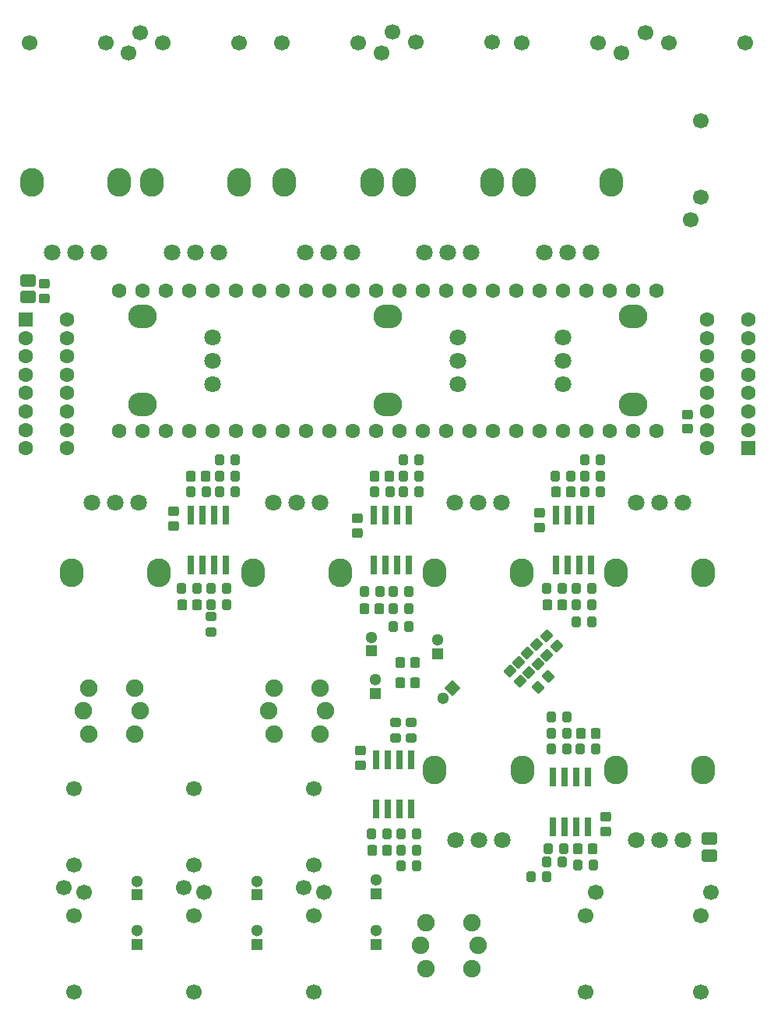
<source format=gbr>
G04 DipTrace 4.0.0.5*
G04 TopMask.gbr*
%MOIN*%
G04 #@! TF.FileFunction,Soldermask,Top*
G04 #@! TF.Part,Single*
%AMOUTLINE1*
4,1,28,
0.009775,-0.023031,
-0.009775,-0.023031,
-0.012605,-0.022659,
-0.015363,-0.021517,
-0.017731,-0.019699,
-0.019548,-0.017331,
-0.02069,-0.014574,
-0.021063,-0.011743,
-0.021063,0.011743,
-0.02069,0.014574,
-0.019548,0.017331,
-0.017731,0.019699,
-0.015363,0.021517,
-0.012605,0.022659,
-0.009775,0.023031,
0.009775,0.023031,
0.012605,0.022659,
0.015363,0.021517,
0.017731,0.019699,
0.019548,0.017331,
0.02069,0.014574,
0.021063,0.011743,
0.021063,-0.011743,
0.02069,-0.014574,
0.019548,-0.017331,
0.017731,-0.019699,
0.015363,-0.021517,
0.012605,-0.022659,
0.009775,-0.023031,
0*%
%AMOUTLINE4*
4,1,28,
-0.009775,0.023031,
0.009775,0.023031,
0.012605,0.022659,
0.015363,0.021517,
0.017731,0.019699,
0.019548,0.017331,
0.02069,0.014574,
0.021063,0.011743,
0.021063,-0.011743,
0.02069,-0.014574,
0.019548,-0.017331,
0.017731,-0.019699,
0.015363,-0.021517,
0.012605,-0.022659,
0.009775,-0.023031,
-0.009775,-0.023031,
-0.012605,-0.022659,
-0.015363,-0.021517,
-0.017731,-0.019699,
-0.019548,-0.017331,
-0.02069,-0.014574,
-0.021063,-0.011743,
-0.021063,0.011743,
-0.02069,0.014574,
-0.019548,0.017331,
-0.017731,0.019699,
-0.015363,0.021517,
-0.012605,0.022659,
-0.009775,0.023031,
0*%
%AMOUTLINE7*
4,1,28,
0.032874,0.014106,
0.032874,-0.014105,
0.032488,-0.017037,
0.031307,-0.01989,
0.029427,-0.022339,
0.026978,-0.024219,
0.024125,-0.025401,
0.021193,-0.025787,
-0.021191,-0.025788,
-0.024124,-0.025402,
-0.026976,-0.02422,
-0.029426,-0.022341,
-0.031306,-0.019891,
-0.032488,-0.017039,
-0.032874,-0.014106,
-0.032874,0.014105,
-0.032488,0.017037,
-0.031307,0.01989,
-0.029427,0.022339,
-0.026978,0.024219,
-0.024125,0.025401,
-0.021193,0.025787,
0.021191,0.025788,
0.024124,0.025402,
0.026976,0.02422,
0.029426,0.022341,
0.031306,0.019891,
0.032488,0.017039,
0.032874,0.014106,
0*%
%AMOUTLINE10*
4,1,28,
-0.032874,-0.014106,
-0.032874,0.014105,
-0.032488,0.017037,
-0.031307,0.01989,
-0.029427,0.022339,
-0.026978,0.024219,
-0.024125,0.025401,
-0.021193,0.025787,
0.021191,0.025788,
0.024124,0.025402,
0.026976,0.02422,
0.029426,0.022341,
0.031306,0.019891,
0.032488,0.017039,
0.032874,0.014106,
0.032874,-0.014105,
0.032488,-0.017037,
0.031307,-0.01989,
0.029427,-0.022339,
0.026978,-0.024219,
0.024125,-0.025401,
0.021193,-0.025787,
-0.021191,-0.025788,
-0.024124,-0.025402,
-0.026976,-0.02422,
-0.029426,-0.022341,
-0.031306,-0.019891,
-0.032488,-0.017039,
-0.032874,-0.014106,
0*%
%AMOUTLINE13*
4,1,28,
-0.023031,-0.009775,
-0.023032,0.009774,
-0.022659,0.012605,
-0.021517,0.015362,
-0.0197,0.017731,
-0.017332,0.019548,
-0.014574,0.02069,
-0.011744,0.021063,
0.011743,0.021063,
0.014573,0.020691,
0.017331,0.019548,
0.019699,0.017731,
0.021516,0.015363,
0.022659,0.012605,
0.023031,0.009775,
0.023032,-0.009774,
0.022659,-0.012605,
0.021517,-0.015362,
0.0197,-0.017731,
0.017332,-0.019548,
0.014574,-0.02069,
0.011744,-0.021063,
-0.011743,-0.021063,
-0.014573,-0.020691,
-0.017331,-0.019548,
-0.019699,-0.017731,
-0.021516,-0.015363,
-0.022659,-0.012605,
-0.023031,-0.009775,
0*%
%AMOUTLINE16*
4,1,28,
0.023031,0.009775,
0.023032,-0.009774,
0.022659,-0.012605,
0.021517,-0.015362,
0.0197,-0.017731,
0.017332,-0.019548,
0.014574,-0.02069,
0.011744,-0.021063,
-0.011743,-0.021063,
-0.014573,-0.020691,
-0.017331,-0.019548,
-0.019699,-0.017731,
-0.021516,-0.015363,
-0.022659,-0.012605,
-0.023031,-0.009775,
-0.023032,0.009774,
-0.022659,0.012605,
-0.021517,0.015362,
-0.0197,0.017731,
-0.017332,0.019548,
-0.014574,0.02069,
-0.011744,0.021063,
0.011743,0.021063,
0.014573,0.020691,
0.017331,0.019548,
0.019699,0.017731,
0.021516,0.015363,
0.022659,0.012605,
0.023031,0.009775,
0*%
%AMOUTLINE19*
4,1,4,
0.036191,0.0,
0.0,-0.036191,
-0.036191,0.0,
0.0,0.036191,
0.036191,0.0,
0*%
%AMOUTLINE34*
4,1,28,
0.023197,-0.009374,
0.009374,-0.023197,
0.007109,-0.024935,
0.004351,-0.026078,
0.001392,-0.026467,
-0.001567,-0.026078,
-0.004325,-0.024935,
-0.00659,-0.023197,
-0.023197,-0.00659,
-0.024935,-0.004325,
-0.026078,-0.001567,
-0.026467,0.001392,
-0.026078,0.004351,
-0.024935,0.007109,
-0.023197,0.009374,
-0.009374,0.023197,
-0.007109,0.024935,
-0.004351,0.026078,
-0.001392,0.026467,
0.001567,0.026078,
0.004325,0.024935,
0.00659,0.023197,
0.023197,0.00659,
0.024935,0.004325,
0.026078,0.001567,
0.026467,-0.001392,
0.026078,-0.004351,
0.024935,-0.007109,
0.023197,-0.009374,
0*%
%AMOUTLINE37*
4,1,28,
-0.023197,0.009374,
-0.009374,0.023197,
-0.007109,0.024935,
-0.004351,0.026078,
-0.001392,0.026467,
0.001567,0.026078,
0.004325,0.024935,
0.00659,0.023197,
0.023197,0.00659,
0.024935,0.004325,
0.026078,0.001567,
0.026467,-0.001392,
0.026078,-0.004351,
0.024935,-0.007109,
0.023197,-0.009374,
0.009374,-0.023197,
0.007109,-0.024935,
0.004351,-0.026078,
0.001392,-0.026467,
-0.001567,-0.026078,
-0.004325,-0.024935,
-0.00659,-0.023197,
-0.023197,-0.00659,
-0.024935,-0.004325,
-0.026078,-0.001567,
-0.026467,0.001392,
-0.026078,0.004351,
-0.024935,0.007109,
-0.023197,0.009374,
0*%
%AMOUTLINE40*
4,1,28,
-0.009374,-0.023198,
-0.023197,-0.009374,
-0.024935,-0.00711,
-0.026078,-0.004352,
-0.026467,-0.001392,
-0.026078,0.001567,
-0.024935,0.004325,
-0.023198,0.00659,
-0.006591,0.023197,
-0.004326,0.024935,
-0.001568,0.026078,
0.001391,0.026467,
0.004351,0.026078,
0.007109,0.024936,
0.009374,0.023198,
0.023197,0.009374,
0.024935,0.00711,
0.026078,0.004352,
0.026467,0.001392,
0.026078,-0.001567,
0.024935,-0.004325,
0.023198,-0.00659,
0.006591,-0.023197,
0.004326,-0.024935,
0.001568,-0.026078,
-0.001391,-0.026467,
-0.004351,-0.026078,
-0.007109,-0.024936,
-0.009374,-0.023198,
0*%
%AMOUTLINE43*
4,1,28,
0.009374,0.023198,
0.023197,0.009374,
0.024935,0.00711,
0.026078,0.004352,
0.026467,0.001392,
0.026078,-0.001567,
0.024935,-0.004325,
0.023198,-0.00659,
0.006591,-0.023197,
0.004326,-0.024935,
0.001568,-0.026078,
-0.001391,-0.026467,
-0.004351,-0.026078,
-0.007109,-0.024936,
-0.009374,-0.023198,
-0.023197,-0.009374,
-0.024935,-0.00711,
-0.026078,-0.004352,
-0.026467,-0.001392,
-0.026078,0.001567,
-0.024935,0.004325,
-0.023198,0.00659,
-0.006591,0.023197,
-0.004326,0.024935,
-0.001568,0.026078,
0.001391,0.026467,
0.004351,0.026078,
0.007109,0.024936,
0.009374,0.023198,
0*%
%AMOUTLINE91*
4,1,28,
0.023031,0.008594,
0.023031,-0.008594,
0.022699,-0.011118,
0.021675,-0.013591,
0.020045,-0.015715,
0.017922,-0.017344,
0.015449,-0.018368,
0.012924,-0.018701,
-0.012924,-0.018701,
-0.015449,-0.018368,
-0.017922,-0.017344,
-0.020045,-0.015715,
-0.021675,-0.013591,
-0.022699,-0.011118,
-0.023031,-0.008594,
-0.023031,0.008594,
-0.022699,0.011118,
-0.021675,0.013591,
-0.020045,0.015715,
-0.017922,0.017344,
-0.015449,0.018368,
-0.012924,0.018701,
0.012924,0.018701,
0.015449,0.018368,
0.017922,0.017344,
0.020045,0.015715,
0.021675,0.013591,
0.022699,0.011118,
0.023031,0.008594,
0*%
%AMOUTLINE94*
4,1,28,
-0.023031,-0.008594,
-0.023031,0.008594,
-0.022699,0.011118,
-0.021675,0.013591,
-0.020045,0.015715,
-0.017922,0.017344,
-0.015449,0.018368,
-0.012924,0.018701,
0.012924,0.018701,
0.015449,0.018368,
0.017922,0.017344,
0.020045,0.015715,
0.021675,0.013591,
0.022699,0.011118,
0.023031,0.008594,
0.023031,-0.008594,
0.022699,-0.011118,
0.021675,-0.013591,
0.020045,-0.015715,
0.017922,-0.017344,
0.015449,-0.018368,
0.012924,-0.018701,
-0.012924,-0.018701,
-0.015449,-0.018368,
-0.017922,-0.017344,
-0.020045,-0.015715,
-0.021675,-0.013591,
-0.022699,-0.011118,
-0.023031,-0.008594,
0*%
%AMOUTLINE103*
4,1,28,
-0.008594,0.023031,
0.008594,0.023031,
0.011118,0.022699,
0.013591,0.021675,
0.015715,0.020045,
0.017344,0.017922,
0.018368,0.015449,
0.018701,0.012924,
0.018701,-0.012924,
0.018368,-0.015449,
0.017344,-0.017922,
0.015715,-0.020045,
0.013591,-0.021675,
0.011118,-0.022699,
0.008594,-0.023031,
-0.008594,-0.023031,
-0.011118,-0.022699,
-0.013591,-0.021675,
-0.015715,-0.020045,
-0.017344,-0.017922,
-0.018368,-0.015449,
-0.018701,-0.012924,
-0.018701,0.012924,
-0.018368,0.015449,
-0.017344,0.017922,
-0.015715,0.020045,
-0.013591,0.021675,
-0.011118,0.022699,
-0.008594,0.023031,
0*%
%AMOUTLINE106*
4,1,28,
0.008594,-0.023031,
-0.008594,-0.023031,
-0.011118,-0.022699,
-0.013591,-0.021675,
-0.015715,-0.020045,
-0.017344,-0.017922,
-0.018368,-0.015449,
-0.018701,-0.012924,
-0.018701,0.012924,
-0.018368,0.015449,
-0.017344,0.017922,
-0.015715,0.020045,
-0.013591,0.021675,
-0.011118,0.022699,
-0.008594,0.023031,
0.008594,0.023031,
0.011118,0.022699,
0.013591,0.021675,
0.015715,0.020045,
0.017344,0.017922,
0.018368,0.015449,
0.018701,0.012924,
0.018701,-0.012924,
0.018368,-0.015449,
0.017344,-0.017922,
0.015715,-0.020045,
0.013591,-0.021675,
0.011118,-0.022699,
0.008594,-0.023031,
0*%
%ADD26C,0.062992*%
%ADD27C,0.066929*%
%ADD44R,0.027559X0.082677*%
%ADD46C,0.074803*%
%ADD48O,0.122047X0.102362*%
%ADD50C,0.063307*%
%ADD52O,0.102362X0.122047*%
%ADD54C,0.070866*%
%ADD58R,0.062992X0.062992*%
%ADD62R,0.051181X0.051181*%
%ADD64C,0.051181*%
%ADD69OUTLINE1*%
%ADD72OUTLINE4*%
%ADD75OUTLINE7*%
%ADD78OUTLINE10*%
%ADD81OUTLINE13*%
%ADD84OUTLINE16*%
%ADD87OUTLINE19*%
%ADD102OUTLINE34*%
%ADD105OUTLINE37*%
%ADD108OUTLINE40*%
%ADD111OUTLINE43*%
%ADD159OUTLINE91*%
%ADD162OUTLINE94*%
%ADD171OUTLINE103*%
%ADD174OUTLINE106*%
%FSLAX26Y26*%
G04*
G70*
G90*
G75*
G01*
G04 TopMask*
%LPD*%
D69*
X1956496Y2087500D3*
D72*
X1893504D3*
D69*
X1175245Y2106249D3*
D72*
X1112253D3*
D69*
X2775246Y2587500D3*
D72*
X2712254D3*
D75*
X3368748Y1104182D3*
D78*
X3368750Y1033316D3*
D69*
X2000245Y2656249D3*
D72*
X1937253D3*
D69*
X1212746D3*
D72*
X1149754D3*
X2818504Y1556249D3*
D69*
X2881496D3*
D64*
X1921688Y1967028D3*
D62*
X1921689Y1907973D3*
D64*
X2227453Y1707132D3*
D87*
X2269211Y1748890D3*
D69*
X2108904Y1771202D3*
D72*
X2045912Y1771201D3*
D78*
X452630Y3421617D3*
D75*
Y3492483D3*
D69*
X1987745Y1056249D3*
D72*
X1924753D3*
D69*
X2737745Y2106249D3*
D72*
X2674753D3*
X2806004Y1062498D3*
D69*
X2868996D3*
D64*
X1937500Y1785777D3*
D62*
Y1726721D3*
D64*
X2206248Y1954526D3*
D62*
X2206249Y1895471D3*
D69*
X2108904Y1859520D3*
D72*
X2045912Y1859519D3*
D64*
X918747Y923277D3*
D62*
X918750Y864222D3*
D64*
X918748Y710775D3*
D62*
X918750Y651720D3*
D64*
X1431247Y923277D3*
D62*
X1431250Y864222D3*
D64*
X1431247Y710776D3*
D62*
X1431250Y651721D3*
D64*
X1943748Y929527D3*
D62*
X1943753Y870472D3*
D64*
X1943747Y710775D3*
D62*
X1943750Y651720D3*
D84*
X1862500Y2475245D3*
D81*
Y2412253D3*
X1875000Y1418502D3*
D84*
Y1481494D3*
X1074998Y2506496D3*
D81*
Y2443504D3*
D111*
X2671478Y1972269D3*
D108*
X2716020Y1927727D3*
D111*
X2627729Y1934771D3*
D108*
X2672271Y1890229D3*
D111*
X2590229Y1897269D3*
D108*
X2634771Y1852727D3*
D111*
X2552729Y1859771D3*
D108*
X2597271Y1815229D3*
D111*
X2515229Y1822271D3*
D108*
X2559771Y1777729D3*
D105*
X2633978Y1752729D3*
D102*
X2678520Y1797271D3*
D84*
X2643750Y2500245D3*
D81*
Y2437253D3*
X2925000Y1137253D3*
D84*
Y1200245D3*
D58*
X3534485Y2774409D3*
D26*
Y2853149D3*
Y2931889D3*
Y3010630D3*
Y3089370D3*
Y3168110D3*
Y3246850D3*
Y3325590D3*
X3357320Y2774409D3*
Y2853149D3*
Y2931889D3*
Y3010630D3*
Y3089370D3*
Y3168110D3*
Y3246850D3*
Y3325590D3*
D58*
X442665D3*
D26*
Y3246850D3*
Y3168110D3*
Y3089370D3*
Y3010630D3*
Y2931889D3*
Y2853149D3*
Y2774409D3*
X619830Y3325590D3*
Y3246850D3*
Y3168110D3*
Y3089370D3*
Y3010630D3*
Y2931889D3*
Y2853149D3*
Y2774409D3*
D27*
X1676522Y450048D3*
Y776820D3*
X1720271Y875001D3*
X647906Y1319588D3*
X647902Y992816D3*
X604152Y894635D3*
X1161479Y1319588D3*
X1161475Y992816D3*
X1117724Y894635D3*
X1676527Y1319586D3*
X1676519Y992815D3*
X1632767Y894635D3*
X647905Y450048D3*
Y776820D3*
X691655Y875001D3*
X1161477Y450048D3*
Y776820D3*
X1205227Y875001D3*
X457387Y4508643D3*
X784158Y4508659D3*
X882342Y4464914D3*
X2837500Y450048D3*
Y776820D3*
X2881249Y875001D3*
X1356577Y4508668D3*
X1029805Y4508645D3*
X931621Y4552387D3*
X3331249Y450048D3*
Y776820D3*
X3374998Y875001D3*
X3331164Y4176941D3*
X3331174Y3850169D3*
X3287427Y3751987D3*
X3521861Y4508659D3*
X3195089Y4508650D3*
X3096907Y4552397D3*
X1539585Y4508653D3*
X1866357D3*
X1964538Y4464904D3*
X2438198Y4511530D3*
X2111426D3*
X2013245Y4555279D3*
X2566144Y4508676D3*
X2892916D3*
X2991097Y4464926D3*
D54*
X556249Y3612498D3*
X656249D3*
X756249D3*
D52*
X468729Y3912498D3*
X843729D3*
D50*
X1043749Y3449998D3*
X1143749D3*
X1243749D3*
X1343749D3*
X1443749D3*
X1543749D3*
X1643749D3*
X1743749D3*
X1843749D3*
X1943749D3*
X2043749D3*
X2143749D3*
Y2849998D3*
X2043749D3*
X1943749D3*
X1843749D3*
X1743749D3*
X1643749D3*
X1543749D3*
X1443749D3*
X1343749D3*
X1243749D3*
X1143749D3*
X943749Y3449998D3*
X1043749Y2849998D3*
X943749D3*
X843749Y3449998D3*
Y2849998D3*
X2243749Y3449998D3*
Y2849998D3*
X2343749Y3449998D3*
X2443749D3*
X2543749D3*
X2643749D3*
X2743749D3*
X2843749D3*
X2943749D3*
X3043749D3*
X3143749D3*
Y2849998D3*
X3043749D3*
X2943749D3*
X2843749D3*
X2743749D3*
X2643749D3*
X2543749D3*
X2443749D3*
X2343749D3*
D54*
X924992Y2543754D3*
X824992Y2543752D3*
X724992Y2543749D3*
D52*
X1012518Y2243756D3*
X637518Y2243748D3*
D54*
X1702076Y2543754D3*
X1602076Y2543752D3*
X1502076Y2543749D3*
D52*
X1789602Y2243756D3*
X1414602Y2243748D3*
D54*
X2479155Y2543755D3*
X2379155Y2543752D3*
X2279155Y2543748D3*
D52*
X2566686Y2243759D3*
X2191686Y2243745D3*
D54*
X3256243Y2543754D3*
X3156243Y2543752D3*
X3056243Y2543749D3*
D52*
X3343769Y2243756D3*
X2968769Y2243748D3*
D54*
X2281249Y1100000D3*
X2381249D3*
X2481249D3*
D52*
X2193729Y1400000D3*
X2568729D3*
D54*
X3056249Y1100000D3*
X3156249D3*
X3256249D3*
D52*
X2968729Y1400000D3*
X3343729D3*
D54*
X1243751Y3050009D3*
X1243749Y3150009D3*
X1243747Y3250009D3*
D48*
X943752Y2962484D3*
X943746Y3337484D3*
D54*
X2293751Y3050009D3*
X2293749Y3150009D3*
X2293747Y3250009D3*
D48*
X1993752Y2962484D3*
X1993746Y3337484D3*
D54*
X2743749Y3249966D3*
Y3149966D3*
Y3049966D3*
D48*
X3043749Y3337485D3*
Y2962485D3*
D174*
X2083267Y2162500D3*
D171*
X2016732Y2162499D3*
D174*
X1302017Y2175000D3*
D171*
X1235481D3*
D174*
X2902017Y2587500D3*
D171*
X2835481D3*
X2016732Y2012500D3*
D174*
X2083267D3*
X1958267Y2162500D3*
D171*
X1891732D3*
D162*
X1235559Y1988372D3*
D159*
X1235556Y2054908D3*
D174*
X1177017Y2175000D3*
D171*
X1110481D3*
D174*
X2902017Y2656249D3*
D171*
X2835481D3*
D174*
X2777018D3*
D171*
X2710483D3*
X2016732Y2087500D3*
D174*
X2083267D3*
X1302017Y2106250D3*
D171*
X1235481Y2106248D3*
D174*
X2902017Y2724998D3*
D171*
X2835481D3*
D174*
X2127017D3*
D171*
X2060481D3*
D174*
X1339517D3*
D171*
X1272981D3*
X2691732Y1625000D3*
D174*
X2758267D3*
X2127017Y2656249D3*
D171*
X2060481D3*
D174*
X2002017Y2587500D3*
D171*
X1935481D3*
D174*
X1339517Y2656249D3*
D171*
X1272981D3*
D174*
X1214518Y2587500D3*
D171*
X1147983D3*
X2691732Y1556249D3*
D174*
X2758267D3*
D171*
X2816732Y1487500D3*
D174*
X2883267D3*
X2127017Y2587500D3*
D171*
X2060481D3*
D174*
X1339517D3*
D171*
X1272981D3*
X2691732Y1487500D3*
D174*
X2758267D3*
X2114517Y1124998D3*
D171*
X2047981D3*
D174*
X2864518Y2106250D3*
D171*
X2797983Y2106248D3*
X2679232Y1062500D3*
D174*
X2745767D3*
X2114517Y1056249D3*
D171*
X2047981D3*
D174*
X1989517Y1124998D3*
D171*
X1922981D3*
X2797981Y2031247D3*
D174*
X2864517Y2031249D3*
X2739517Y2175000D3*
D171*
X2672981D3*
D174*
X2739517Y1006249D3*
D171*
X2672981D3*
X2804232Y993749D3*
D174*
X2870767D3*
D171*
X2047981Y987500D3*
D174*
X2114517D3*
X2864517Y2175000D3*
D171*
X2797981D3*
X2604232Y943748D3*
D174*
X2670767Y943750D3*
D162*
X2093749Y1535481D3*
D159*
Y1602017D3*
X2025000D3*
D162*
Y1535481D3*
D54*
X1068749Y3612498D3*
X1168749D3*
X1268749D3*
D52*
X981229Y3912498D3*
X1356229D3*
D46*
X1506249Y1749998D3*
X1703099D3*
X1506249Y1553148D3*
X1703099D3*
X1482627Y1651573D3*
X1726721D3*
X712498Y1749998D3*
X909349D3*
X712498Y1553148D3*
X909349D3*
X688876Y1651573D3*
X932971D3*
X2156899Y746534D3*
X2353749D3*
X2156899Y549683D3*
X2353749D3*
X2133277Y648109D3*
X2377371D3*
D44*
X1931249Y2274950D3*
X1981249D3*
X2031249D3*
X2081249D3*
Y2487548D3*
X2031249D3*
X1981249D3*
X1931249D3*
X1149998Y2274950D3*
X1199998D3*
X1249998D3*
X1299998D3*
Y2487548D3*
X1249998D3*
X1199998D3*
X1149998D3*
X2850000Y1368798D3*
X2800000D3*
X2750000D3*
X2700000D3*
Y1156199D3*
X2750000D3*
X2800000D3*
X2850000D3*
X1943750Y1231199D3*
X1993750D3*
X2043750D3*
X2093750D3*
Y1443798D3*
X2043750D3*
X1993750D3*
X1943750D3*
X2712500Y2274950D3*
X2762500D3*
X2812500D3*
X2862500D3*
Y2487548D3*
X2812500D3*
X2762500D3*
X2712500D3*
D54*
X1637500Y3612498D3*
X1737500D3*
X1837500D3*
D52*
X1549980Y3912498D3*
X1924980D3*
D54*
X2150000Y3612498D3*
X2250000D3*
X2350000D3*
D52*
X2062480Y3912498D3*
X2437480D3*
D54*
X2662500Y3612498D3*
X2762500D3*
X2862500D3*
D52*
X2574980Y3912498D3*
X2949980D3*
D81*
X523540Y3416892D3*
D84*
Y3479884D3*
D81*
X3276871Y2857347D3*
D84*
Y2920340D3*
M02*

</source>
